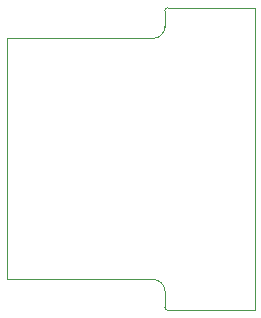
<source format=gbr>
%TF.GenerationSoftware,KiCad,Pcbnew,5.1.6-c6e7f7d~87~ubuntu18.04.1*%
%TF.CreationDate,2020-10-17T23:49:05-07:00*%
%TF.ProjectId,LA_Adapter,4c415f41-6461-4707-9465-722e6b696361,rev?*%
%TF.SameCoordinates,Original*%
%TF.FileFunction,Profile,NP*%
%FSLAX46Y46*%
G04 Gerber Fmt 4.6, Leading zero omitted, Abs format (unit mm)*
G04 Created by KiCad (PCBNEW 5.1.6-c6e7f7d~87~ubuntu18.04.1) date 2020-10-17 23:49:05*
%MOMM*%
%LPD*%
G01*
G04 APERTURE LIST*
%TA.AperFunction,Profile*%
%ADD10C,0.050000*%
%TD*%
G04 APERTURE END LIST*
D10*
X14250000Y-114450000D02*
X26650000Y-114450000D01*
X26650000Y-94050000D02*
X14250000Y-94050000D01*
X27650000Y-93050000D02*
G75*
G02*
X26650000Y-94050000I-1000000J0D01*
G01*
X26650000Y-114450000D02*
G75*
G02*
X27650000Y-115450000I0J-1000000D01*
G01*
X27650000Y-116800000D02*
X27650000Y-115450000D01*
X27650000Y-91700000D02*
X27650000Y-93050000D01*
X27650000Y-91700000D02*
G75*
G02*
X27900000Y-91450000I250000J0D01*
G01*
X27900000Y-117050000D02*
G75*
G02*
X27650000Y-116800000I0J250000D01*
G01*
X35300000Y-117050000D02*
X27900000Y-117050000D01*
X35300000Y-91450000D02*
X27900000Y-91450000D01*
X35300000Y-117050000D02*
X35300000Y-91450000D01*
X14250000Y-94050000D02*
X14250000Y-114450000D01*
M02*

</source>
